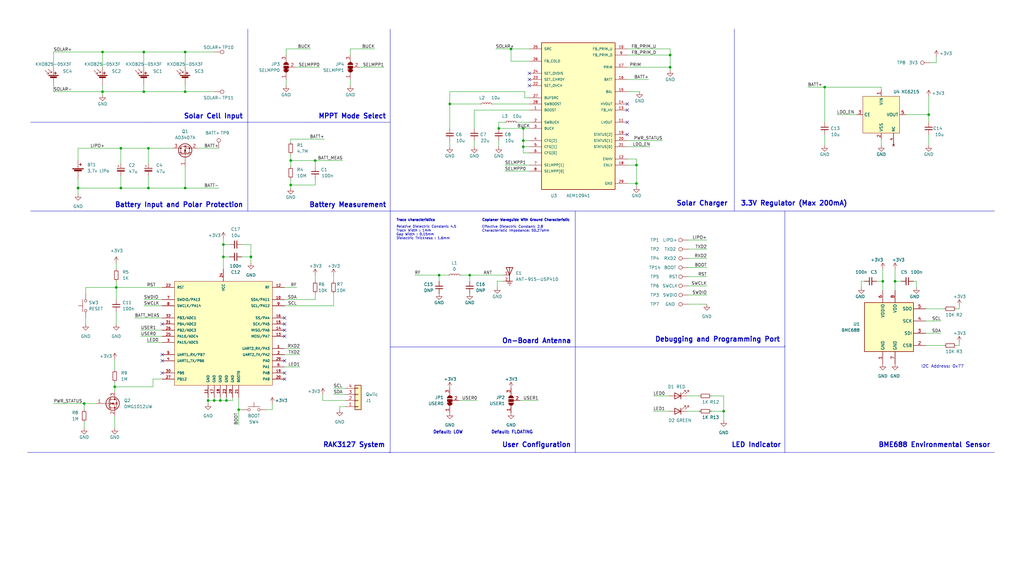
<source format=kicad_sch>
(kicad_sch (version 20230121) (generator eeschema)
  (paper "User" 424.993 240.995)
  (title_block (title "Teapotlabs BWLR1E") (date "2023-09-26") (rev "5") (company "Teapot Laboratories"))
  (lib_symbols
    (symbol "Connector:TestPoint" (pin_numbers hide) (pin_names (offset 0.762) hide)
      (property "Reference" "TP" (at 0 6.858 0))
      (property "Value" "TestPoint" (at 0 5.08 0))
      (symbol "TestPoint_1_1"
        (pin passive line (at 0 0 90) (length 2.54) (name "1") (number "1"))
      )
    )
    (symbol "Connector_Generic:Conn_01x04" (pin_names (offset 1.016) hide)
      (property "Reference" "J" (at 0 5.08 0))
      (property "Value" "Conn_01x04" (at 0 -7.62 0))
      (symbol "Conn_01x04_1_1"
        (pin passive line (at -5.08 2.54 0) (length 3.81) (name "Pin_1") (number "1"))
        (pin passive line (at -5.08 0 0) (length 3.81) (name "Pin_2") (number "2"))
        (pin passive line (at -5.08 -2.54 0) (length 3.81) (name "Pin_3") (number "3"))
        (pin passive line (at -5.08 -5.08 0) (length 3.81) (name "Pin_4") (number "4"))
      )
    )
    (symbol "Device:Battery_Cell" (pin_numbers hide) (pin_names (offset 0) hide)
      (property "Reference" "BT" (at 2.54 2.54 0))
      (property "Value" "Battery_Cell" (at 2.54 0 0))
      (symbol "Battery_Cell_1_1"
        (pin passive line (at 0 5.08 270) (length 2.54) (name "+") (number "1"))
        (pin passive line (at 0 -2.54 90) (length 2.54) (name "-") (number "2"))
      )
    )
    (symbol "Device:C_Polarized_Small" (pin_numbers hide) (pin_names (offset 0.254) hide)
      (property "Reference" "C" (at 0.254 1.778 0))
      (property "Value" "C_Polarized_Small" (at 0.254 -2.032 0))
      (symbol "C_Polarized_Small_1_1"
        (pin passive line (at 0 2.54 270) (length 1.8542) (name "~") (number "1"))
        (pin passive line (at 0 -2.54 90) (length 1.8542) (name "~") (number "2"))
      )
    )
    (symbol "Device:C_Small" (pin_numbers hide) (pin_names (offset 0.254) hide)
      (property "Reference" "C" (at 0.254 1.778 0))
      (property "Value" "C_Small" (at 0.254 -2.032 0))
      (symbol "C_Small_1_1"
        (pin passive line (at 0 2.54 270) (length 2.032) (name "~") (number "1"))
        (pin passive line (at 0 -2.54 90) (length 2.032) (name "~") (number "2"))
      )
    )
    (symbol "Device:LED" (pin_numbers hide) (pin_names (offset 1.016) hide)
      (property "Reference" "D" (at 0 2.54 0))
      (property "Value" "LED" (at 0 -2.54 0))
      (symbol "LED_1_1"
        (pin passive line (at -3.81 0 0) (length 2.54) (name "K") (number "1"))
        (pin passive line (at 3.81 0 180) (length 2.54) (name "A") (number "2"))
      )
    )
    (symbol "Device:L_Small" (pin_numbers hide) (pin_names (offset 0.254) hide)
      (property "Reference" "L" (at 0.762 1.016 0))
      (property "Value" "L_Small" (at 0.762 -1.016 0))
      (symbol "L_Small_1_1"
        (pin passive line (at 0 2.54 270) (length 0.508) (name "~") (number "1"))
        (pin passive line (at 0 -2.54 90) (length 0.508) (name "~") (number "2"))
      )
    )
    (symbol "Device:Q_NMOS_GSD" (pin_names (offset 0) hide)
      (property "Reference" "Q" (at 5.08 1.27 0))
      (property "Value" "Q_NMOS_GSD" (at 5.08 -1.27 0))
      (symbol "Q_NMOS_GSD_1_1"
        (pin input line (at -5.08 0 0) (length 2.54) (name "G") (number "1"))
        (pin passive line (at 2.54 -5.08 90) (length 2.54) (name "S") (number "2"))
        (pin passive line (at 2.54 5.08 270) (length 2.54) (name "D") (number "3"))
      )
    )
    (symbol "Device:Q_PMOS_GSD" (pin_names (offset 0) hide)
      (property "Reference" "Q" (at 5.08 1.27 0))
      (property "Value" "Q_PMOS_GSD" (at 5.08 -1.27 0))
      (symbol "Q_PMOS_GSD_1_1"
        (pin input line (at -5.08 0 0) (length 2.54) (name "G") (number "1"))
        (pin passive line (at 2.54 -5.08 90) (length 2.54) (name "S") (number "2"))
        (pin passive line (at 2.54 5.08 270) (length 2.54) (name "D") (number "3"))
      )
    )
    (symbol "Device:R_Small" (pin_numbers hide) (pin_names (offset 0.254) hide)
      (property "Reference" "R" (at 0.762 0.508 0))
      (property "Value" "R_Small" (at 0.762 -1.016 0))
      (symbol "R_Small_1_1"
        (pin passive line (at 0 2.54 270) (length 0.762) (name "~") (number "1"))
        (pin passive line (at 0 -2.54 90) (length 0.762) (name "~") (number "2"))
      )
    )
    (symbol "Device:Solar_Cell" (pin_numbers hide) (pin_names (offset 0) hide)
      (property "Reference" "SC" (at 2.54 2.54 0))
      (property "Value" "Solar_Cell" (at 2.54 0 0))
      (symbol "Solar_Cell_1_1"
        (pin passive line (at 0 5.08 270) (length 2.54) (name "+") (number "1"))
        (pin passive line (at 0 -2.54 90) (length 2.54) (name "-") (number "2"))
      )
    )
    (symbol "Jumper:SolderJumper_3_Bridged12" (pin_names (offset 0) hide)
      (property "Reference" "JP" (at -2.54 -2.54 0))
      (property "Value" "SolderJumper_3_Bridged12" (at 0 2.794 0))
      (symbol "SolderJumper_3_Bridged12_1_1"
        (pin passive line (at -5.08 0 0) (length 2.54) (name "A") (number "1"))
        (pin passive line (at 0 -3.81 90) (length 2.54) (name "C") (number "2"))
        (pin passive line (at 5.08 0 180) (length 2.54) (name "B") (number "3"))
      )
    )
    (symbol "Jumper:SolderJumper_3_Open" (pin_names (offset 0) hide)
      (property "Reference" "JP" (at -2.54 -2.54 0))
      (property "Value" "SolderJumper_3_Open" (at 0 2.794 0))
      (symbol "SolderJumper_3_Open_1_1"
        (pin passive line (at -5.08 0 0) (length 2.54) (name "A") (number "1"))
        (pin passive line (at 0 -3.81 90) (length 2.54) (name "C") (number "2"))
        (pin passive line (at 5.08 0 180) (length 2.54) (name "B") (number "3"))
      )
    )
    (symbol "Sensor:BME680"
      (property "Reference" "U" (at -8.89 11.43 0))
      (property "Value" "BME680" (at 7.62 11.43 0))
      (symbol "BME680_1_1"
        (pin power_in line (at -2.54 -15.24 90) (length 5.08) (name "GND") (number "1"))
        (pin input line (at 15.24 -7.62 180) (length 5.08) (name "CSB") (number "2"))
        (pin bidirectional line (at 15.24 -2.54 180) (length 5.08) (name "SDI") (number "3"))
        (pin input line (at 15.24 2.54 180) (length 5.08) (name "SCK") (number "4"))
        (pin bidirectional line (at 15.24 7.62 180) (length 5.08) (name "SDO") (number "5"))
        (pin power_in line (at -2.54 15.24 270) (length 5.08) (name "VDDIO") (number "6"))
        (pin power_in line (at 2.54 -15.24 90) (length 5.08) (name "GND") (number "7"))
        (pin power_in line (at 2.54 15.24 270) (length 5.08) (name "VDD") (number "8"))
      )
    )
    (symbol "Switch:SW_Push" (pin_numbers hide) (pin_names (offset 1.016) hide)
      (property "Reference" "SW" (at 1.27 2.54 0))
      (property "Value" "SW_Push" (at 0 -1.524 0))
      (symbol "SW_Push_0_1"
        (pin passive line (at -5.08 0 0) (length 2.54) (name "1") (number "1"))
        (pin passive line (at 5.08 0 180) (length 2.54) (name "2") (number "2"))
      )
    )
    (symbol "bwlr1e:AEM10941-QFN" (pin_names (offset 1.016))
      (property "Reference" "U" (at -15.24 31.242 0))
      (property "Value" "AEM10941-QFN" (at -20.32 -33.02 0))
      (symbol "AEM10941-QFN_0_0"
        (pin output line (at -20.32 2.54 0) (length 5.08) (name "BOOST") (number "1"))
        (pin bidirectional line (at 20.32 27.94 180) (length 5.08) (name "FB_PRIM_U") (number "10"))
        (pin output line (at 20.32 -2.54 180) (length 5.08) (name "LVOUT") (number "11"))
        (pin input line (at 20.32 -17.78 180) (length 5.08) (name "ENHV") (number "12"))
        (pin bidirectional line (at 20.32 2.54 180) (length 5.08) (name "FB_HV") (number "13"))
        (pin output line (at 20.32 5.08 180) (length 5.08) (name "HVOUT") (number "14"))
        (pin bidirectional line (at 20.32 10.16 180) (length 5.08) (name "BAL") (number "15"))
        (pin output line (at 20.32 15.24 180) (length 5.08) (name "BATT") (number "16"))
        (pin bidirectional line (at 20.32 20.32 180) (length 5.08) (name "PRIM") (number "17"))
        (pin input line (at 20.32 -20.32 180) (length 5.08) (name "ENLV") (number "18"))
        (pin output line (at 20.32 -7.62 180) (length 5.08) (name "STATUS[2]") (number "19"))
        (pin bidirectional line (at -20.32 -2.54 0) (length 5.08) (name "SWBUCK") (number "2"))
        (pin output line (at 20.32 -10.16 180) (length 5.08) (name "STATUS[1]") (number "20"))
        (pin output line (at 20.32 -12.7 180) (length 5.08) (name "STATUS[0]") (number "21"))
        (pin bidirectional line (at -20.32 12.7 0) (length 5.08) (name "SET_OVCH") (number "22"))
        (pin bidirectional line (at -20.32 15.24 0) (length 5.08) (name "SET_CHRDY") (number "23"))
        (pin bidirectional line (at -20.32 17.78 0) (length 5.08) (name "SET_OVDIS") (number "24"))
        (pin input line (at -20.32 27.94 0) (length 5.08) (name "SRC") (number "25"))
        (pin bidirectional line (at -20.32 22.86 0) (length 5.08) (name "FB_COLD") (number "26"))
        (pin bidirectional line (at -20.32 7.62 0) (length 5.08) (name "BUFSRC") (number "27"))
        (pin bidirectional line (at -20.32 5.08 0) (length 5.08) (name "SWBOOST") (number "28"))
        (pin power_in line (at 20.32 -27.94 180) (length 5.08) (name "GND") (number "29"))
        (pin output line (at -20.32 -5.08 0) (length 5.08) (name "BUCK") (number "3"))
        (pin bidirectional line (at -20.32 -10.16 0) (length 5.08) (name "CFG[2]") (number "4"))
        (pin bidirectional line (at -20.32 -12.7 0) (length 5.08) (name "CFG[1]") (number "5"))
        (pin bidirectional line (at -20.32 -15.24 0) (length 5.08) (name "CFG[0]") (number "6"))
        (pin bidirectional line (at -20.32 -20.32 0) (length 5.08) (name "SELMPP[1]") (number "7"))
        (pin bidirectional line (at -20.32 -22.86 0) (length 5.08) (name "SELMPP[0]") (number "8"))
        (pin bidirectional line (at 20.32 25.4 180) (length 5.08) (name "FB_PRIM_D") (number "9"))
      )
    )
    (symbol "bwlr1e:ANT-915-USP410" (pin_names (offset 1.016) hide)
      (property "Reference" "E" (at -5.08 -7.62 0))
      (property "Value" "ANT-915-USP410" (at 2.159 -1.016 0))
      (symbol "ANT-915-USP410_0_0"
        (pin passive line (at -2.54 0 0) (length 2.54) (name "~") (number "1"))
        (pin power_in line (at -2.54 -2.54 0) (length 2.54) (name "~") (number "2"))
      )
    )
    (symbol "bwlr1e:RAK3172" (pin_names (offset 1.016))
      (symbol "RAK3172_0_0"
        (pin bidirectional line (at 25.4 -6.35 180) (length 5.08) (name "UART2_RX/PA3") (number "1"))
        (pin bidirectional line (at 25.4 13.97 180) (length 5.08) (name "SDA/PA11") (number "10"))
        (pin output line (at -6.35 -26.67 90) (length 5.08) (name "GND") (number "11"))
        (pin output line (at 25.4 19.05 180) (length 5.08) (name "RF") (number "12"))
        (pin bidirectional line (at 25.4 -1.27 180) (length 5.08) (name "MOSI/PA7") (number "13"))
        (pin bidirectional line (at 25.4 1.27 180) (length 5.08) (name "MISO/PA6") (number "14"))
        (pin bidirectional line (at 25.4 3.81 180) (length 5.08) (name "SCK/PA5") (number "15"))
        (pin bidirectional line (at 25.4 6.35 180) (length 5.08) (name "SS/PA4") (number "16"))
        (pin output line (at -3.81 -26.67 90) (length 5.08) (name "GND") (number "17"))
        (pin output line (at -1.27 -26.67 90) (length 5.08) (name "GND") (number "18"))
        (pin bidirectional line (at 25.4 -16.51 180) (length 5.08) (name "PA8") (number "19"))
        (pin bidirectional line (at 25.4 -8.89 180) (length 5.08) (name "UART2_TX/PA2") (number "2"))
        (pin bidirectional line (at 25.4 -19.05 180) (length 5.08) (name "PA9") (number "20"))
        (pin input line (at 6.35 -26.67 90) (length 5.08) (name "BOOT0") (number "21"))
        (pin input line (at -25.4 19.05 0) (length 5.08) (name "RST") (number "22"))
        (pin output line (at 1.27 -26.67 90) (length 5.08) (name "GND") (number "23"))
        (pin power_in line (at 0 26.67 270) (length 5.08) (name "VCC") (number "24"))
        (pin bidirectional line (at -25.4 -1.27 0) (length 5.08) (name "PA10/ADC4") (number "25"))
        (pin bidirectional line (at -25.4 1.27 0) (length 5.08) (name "PB2/ADC3") (number "26"))
        (pin bidirectional line (at -25.4 -19.05 0) (length 5.08) (name "PB12") (number "27"))
        (pin output line (at 3.81 -26.67 90) (length 5.08) (name "GND") (number "28"))
        (pin bidirectional line (at 25.4 -11.43 180) (length 5.08) (name "PA0") (number "29"))
        (pin bidirectional line (at -25.4 -3.81 0) (length 5.08) (name "PA15/ADC5") (number "3"))
        (pin bidirectional line (at -25.4 -16.51 0) (length 5.08) (name "PB5") (number "30"))
        (pin bidirectional line (at -25.4 3.81 0) (length 5.08) (name "PB4/ADC2") (number "31"))
        (pin bidirectional line (at -25.4 6.35 0) (length 5.08) (name "PB3/ADC1") (number "32"))
        (pin bidirectional line (at -25.4 -11.43 0) (length 5.08) (name "UART1_TX/PB6") (number "4"))
        (pin bidirectional line (at -25.4 -8.89 0) (length 5.08) (name "UART1_RX/PB7") (number "5"))
        (pin bidirectional line (at 25.4 -13.97 180) (length 5.08) (name "PA1") (number "6"))
        (pin bidirectional line (at -25.4 13.97 0) (length 5.08) (name "SWDIO/PA13") (number "7"))
        (pin bidirectional line (at -25.4 11.43 0) (length 5.08) (name "SWCLK/PA14") (number "8"))
        (pin bidirectional line (at 25.4 11.43 180) (length 5.08) (name "SCL/PA12") (number "9"))
      )
    )
    (symbol "bwlr1e:XC6220"
      (property "Reference" "U" (at 7.62 1.27 0))
      (property "Value" "XC6220" (at -8.89 1.27 0))
      (symbol "XC6220_0_0"
        (pin no_connect line (at 5.08 -20.32 90) (length 5.08) (name "NC") (number "4"))
      )
      (symbol "XC6220_1_1"
        (pin power_in line (at 0 2.54 270) (length 2.54) (name "VIN") (number "1"))
        (pin power_in line (at 0 -17.78 90) (length 2.54) (name "VSS") (number "2"))
        (pin input line (at -10.16 -7.62 0) (length 2.54) (name "CE") (number "3"))
        (pin power_out line (at 10.16 -7.62 180) (length 2.54) (name "VOUT") (number "5"))
      )
    )
    (symbol "power:+3V3" (power) (pin_names (offset 0))
      (property "Value" "+3V3" (at 0 3.556 0))
      (symbol "+3V3_1_1"
        (pin power_in line (at 0 0 90) (length 0) hide (name "+3V3") (number "1"))
      )
    )
    (symbol "power:GND" (power) (pin_names (offset 0))
      (property "Value" "GND" (at 0 -3.81 0))
      (symbol "GND_1_1"
        (pin power_in line (at 0 0 270) (length 0) hide (name "GND") (number "1"))
      )
    )
  )
  (junction (at 217.17 60.96))
  (junction (at 264.16 76.2))
  (junction (at 34.925 167.64))
  (junction (at 207.01 53.34))
  (junction (at 212.09 20.32))
  (junction (at 76.835 38.1))
  (junction (at 217.17 53.34))
  (junction (at 300.355 170.815))
  (junction (at 182.245 114.3))
  (junction (at 50.165 78.105))
  (junction (at 120.65 66.675))
  (junction (at 47.625 160.655))
  (junction (at 59.69 21.59))
  (junction (at 42.545 21.59))
  (junction (at 86.36 166.37))
  (junction (at 50.165 61.595))
  (junction (at 385.445 47.625))
  (junction (at 91.44 166.37))
  (junction (at 104.14 106.68))
  (junction (at 59.69 38.1))
  (junction (at 76.835 78.105))
  (junction (at 42.545 38.1))
  (junction (at 61.595 61.595))
  (junction (at 32.385 78.105))
  (junction (at 278.13 22.86))
  (junction (at 88.9 166.37))
  (junction (at 130.81 66.675))
  (junction (at 264.16 68.58))
  (junction (at 366.395 116.84))
  (junction (at 194.945 114.3))
  (junction (at 76.835 21.59))
  (junction (at 278.13 27.94))
  (junction (at 371.475 116.84))
  (junction (at 99.06 170.18))
  (junction (at 48.26 119.38))
  (junction (at 342.265 36.195))
  (junction (at 61.595 78.105))
  (junction (at 92.71 101.6))
  (junction (at 92.71 106.68))
  (junction (at 120.65 76.835))
  (junction (at 93.98 166.37))
  (junction (at 186.69 43.18))
  (junction (at 217.17 58.42))
  (no_connect (at 219.71 33.02))
  (no_connect (at 219.71 35.56))
  (no_connect (at 219.71 30.48))
  (no_connect (at 260.35 50.8))
  (no_connect (at 260.35 45.72))
  (no_connect (at 260.35 55.88))
  (no_connect (at 118.11 154.94))
  (no_connect (at 118.11 157.48))
  (no_connect (at 260.35 43.18))
  (no_connect (at 67.31 149.86))
  (no_connect (at 67.31 147.32))
  (no_connect (at 67.31 154.94))
  (no_connect (at 67.31 134.62))
  (no_connect (at 118.11 149.86))
  (no_connect (at 118.11 137.16))
  (no_connect (at 118.11 139.7))
  (no_connect (at 118.11 134.62))
  (no_connect (at 118.11 132.08))
  (wire (pts (xy 278.13 22.86) (xy 278.13 27.94)))
  (wire (pts (xy 61.595 73.025) (xy 61.595 78.105)))
  (wire (pts (xy 300.355 170.815) (xy 300.355 174.625)))
  (wire (pts (xy 260.35 27.94) (xy 278.13 27.94)))
  (wire (pts (xy 76.835 38.1) (xy 88.9 38.1)))
  (wire (pts (xy 398.145 127) (xy 398.145 128.27)))
  (wire (pts (xy 384.175 133.35) (xy 390.525 133.35)))
  (polyline (pts (xy 86.36 87.63) (xy 127 87.63)))
  (wire (pts (xy 81.915 61.595) (xy 90.805 61.595)))
  (wire (pts (xy 96.52 166.37) (xy 93.98 166.37)))
  (wire (pts (xy 35.56 121.92) (xy 35.56 119.38)))
  (wire (pts (xy 380.365 116.84) (xy 380.365 119.38)))
  (wire (pts (xy 145.415 20.32) (xy 145.415 22.86)))
  (wire (pts (xy 34.925 175.26) (xy 34.925 177.8)))
  (wire (pts (xy 42.545 38.1) (xy 42.545 39.37)))
  (wire (pts (xy 207.01 50.8) (xy 207.01 53.34)))
  (wire (pts (xy 22.225 167.64) (xy 34.925 167.64)))
  (wire (pts (xy 207.01 53.34) (xy 217.17 53.34)))
  (wire (pts (xy 59.69 21.59) (xy 59.69 27.94)))
  (wire (pts (xy 182.245 114.3) (xy 182.245 116.84)))
  (wire (pts (xy 260.35 38.1) (xy 265.43 38.1)))
  (wire (pts (xy 217.17 53.34) (xy 217.17 58.42)))
  (wire (pts (xy 285.115 164.465) (xy 290.195 164.465)))
  (wire (pts (xy 120.65 57.785) (xy 120.65 59.055)))
  (wire (pts (xy 99.06 170.18) (xy 99.06 176.53)))
  (wire (pts (xy 22.225 21.59) (xy 42.545 21.59)))
  (wire (pts (xy 194.945 114.3) (xy 194.945 116.84)))
  (wire (pts (xy 217.805 40.64) (xy 217.805 38.1)))
  (wire (pts (xy 138.43 121.92) (xy 138.43 127)))
  (polyline (pts (xy 304.8 12.065) (xy 304.8 87.63)))
  (wire (pts (xy 76.835 21.59) (xy 88.9 21.59)))
  (wire (pts (xy 130.81 66.675) (xy 130.81 69.215)))
  (wire (pts (xy 59.69 124.46) (xy 67.31 124.46)))
  (wire (pts (xy 104.14 101.6) (xy 104.14 106.68)))
  (wire (pts (xy 76.835 35.56) (xy 76.835 38.1)))
  (wire (pts (xy 145.415 33.02) (xy 145.415 35.56)))
  (wire (pts (xy 371.475 116.84) (xy 374.015 116.84)))
  (wire (pts (xy 120.65 66.675) (xy 130.81 66.675)))
  (wire (pts (xy 186.69 38.1) (xy 186.69 43.18)))
  (wire (pts (xy 206.375 116.84) (xy 208.915 116.84)))
  (wire (pts (xy 88.9 166.37) (xy 86.36 166.37)))
  (wire (pts (xy 398.145 143.51) (xy 396.875 143.51)))
  (wire (pts (xy 47.625 158.75) (xy 47.625 160.655)))
  (wire (pts (xy 155.575 20.32) (xy 145.415 20.32)))
  (wire (pts (xy 384.175 138.43) (xy 390.525 138.43)))
  (wire (pts (xy 342.265 36.195) (xy 342.265 50.8)))
  (wire (pts (xy 93.98 166.37) (xy 91.44 166.37)))
  (polyline (pts (xy 12.7 50.8) (xy 62.23 50.8)))
  (wire (pts (xy 182.245 114.3) (xy 186.055 114.3)))
  (wire (pts (xy 120.65 66.675) (xy 120.65 64.135)))
  (wire (pts (xy 190.5 166.37) (xy 198.12 166.37)))
  (wire (pts (xy 196.85 58.42) (xy 196.85 60.96)))
  (wire (pts (xy 63.5 157.48) (xy 67.31 157.48)))
  (polyline (pts (xy 238.76 187.96) (xy 325.755 187.96)))
  (wire (pts (xy 50.165 73.025) (xy 50.165 78.105)))
  (wire (pts (xy 59.69 21.59) (xy 76.835 21.59)))
  (wire (pts (xy 91.44 165.1) (xy 91.44 166.37)))
  (wire (pts (xy 219.71 60.96) (xy 217.17 60.96)))
  (wire (pts (xy 120.65 57.785) (xy 134.62 57.785)))
  (wire (pts (xy 366.395 111.76) (xy 366.395 116.84)))
  (wire (pts (xy 130.81 66.675) (xy 142.24 66.675)))
  (wire (pts (xy 385.445 55.88) (xy 385.445 60.325)))
  (wire (pts (xy 285.75 99.695) (xy 293.37 99.695)))
  (wire (pts (xy 120.65 74.295) (xy 120.65 76.835)))
  (wire (pts (xy 50.165 61.595) (xy 50.165 67.945)))
  (wire (pts (xy 92.71 106.68) (xy 92.71 111.76)))
  (wire (pts (xy 384.175 143.51) (xy 391.795 143.51)))
  (wire (pts (xy 358.775 116.84) (xy 357.505 116.84)))
  (wire (pts (xy 50.165 61.595) (xy 61.595 61.595)))
  (wire (pts (xy 209.55 71.12) (xy 219.71 71.12)))
  (wire (pts (xy 260.35 20.32) (xy 278.13 20.32)))
  (polyline (pts (xy 102.87 87.63) (xy 102.87 50.8)))
  (wire (pts (xy 186.69 43.18) (xy 199.39 43.18)))
  (wire (pts (xy 295.275 170.815) (xy 300.355 170.815)))
  (wire (pts (xy 67.31 139.7) (xy 58.42 139.7)))
  (wire (pts (xy 88.9 165.1) (xy 88.9 166.37)))
  (wire (pts (xy 385.445 47.625) (xy 385.445 50.8)))
  (wire (pts (xy 48.26 119.38) (xy 48.26 116.84)))
  (polyline (pts (xy 284.48 87.63) (xy 295.275 87.63)))
  (wire (pts (xy 278.13 20.32) (xy 278.13 22.86)))
  (wire (pts (xy 61.595 61.595) (xy 71.755 61.595)))
  (wire (pts (xy 133.985 166.37) (xy 143.51 166.37)))
  (wire (pts (xy 76.835 21.59) (xy 76.835 27.94)))
  (wire (pts (xy 138.43 114.3) (xy 138.43 116.84)))
  (wire (pts (xy 92.71 106.68) (xy 95.25 106.68)))
  (wire (pts (xy 118.745 33.02) (xy 118.745 35.56)))
  (wire (pts (xy 264.16 76.2) (xy 264.16 77.47)))
  (wire (pts (xy 264.16 66.04) (xy 264.16 68.58)))
  (wire (pts (xy 48.26 129.54) (xy 48.26 134.62)))
  (wire (pts (xy 113.03 170.18) (xy 110.49 170.18)))
  (wire (pts (xy 212.09 20.32) (xy 212.09 25.4)))
  (wire (pts (xy 285.75 126.365) (xy 293.37 126.365)))
  (wire (pts (xy 22.225 38.1) (xy 22.225 35.56)))
  (wire (pts (xy 385.445 40.005) (xy 385.445 47.625)))
  (wire (pts (xy 138.43 161.29) (xy 143.51 161.29)))
  (wire (pts (xy 140.97 168.91) (xy 140.97 170.18)))
  (wire (pts (xy 260.35 22.86) (xy 278.13 22.86)))
  (wire (pts (xy 219.71 25.4) (xy 212.09 25.4)))
  (wire (pts (xy 32.385 61.595) (xy 50.165 61.595)))
  (wire (pts (xy 386.08 26.035) (xy 388.62 26.035)))
  (polyline (pts (xy 161.925 87.63) (xy 161.925 187.96)))
  (wire (pts (xy 42.545 35.56) (xy 42.545 38.1)))
  (wire (pts (xy 205.74 20.32) (xy 212.09 20.32)))
  (wire (pts (xy 120.65 66.675) (xy 120.65 69.215)))
  (wire (pts (xy 285.75 122.555) (xy 293.37 122.555)))
  (wire (pts (xy 194.945 114.3) (xy 208.915 114.3)))
  (wire (pts (xy 63.5 160.655) (xy 63.5 157.48)))
  (wire (pts (xy 130.81 74.295) (xy 130.81 76.835)))
  (wire (pts (xy 206.375 119.38) (xy 206.375 116.84)))
  (wire (pts (xy 260.35 76.2) (xy 264.16 76.2)))
  (wire (pts (xy 366.395 116.84) (xy 363.855 116.84)))
  (polyline (pts (xy 62.23 50.8) (xy 127 50.8)))
  (wire (pts (xy 379.095 116.84) (xy 380.365 116.84)))
  (wire (pts (xy 285.75 103.505) (xy 293.37 103.505)))
  (wire (pts (xy 22.225 21.59) (xy 22.225 27.94)))
  (wire (pts (xy 113.03 167.64) (xy 113.03 170.18)))
  (wire (pts (xy 219.71 40.64) (xy 217.805 40.64)))
  (wire (pts (xy 47.625 149.225) (xy 47.625 153.67)))
  (wire (pts (xy 92.71 101.6) (xy 95.25 101.6)))
  (wire (pts (xy 285.75 107.315) (xy 293.37 107.315)))
  (wire (pts (xy 42.545 21.59) (xy 59.69 21.59)))
  (wire (pts (xy 207.01 58.42) (xy 207.01 60.96)))
  (wire (pts (xy 219.71 58.42) (xy 217.17 58.42)))
  (wire (pts (xy 100.33 106.68) (xy 104.14 106.68)))
  (wire (pts (xy 260.35 66.04) (xy 264.16 66.04)))
  (wire (pts (xy 133.985 163.83) (xy 133.985 166.37)))
  (polyline (pts (xy 161.925 12.065) (xy 161.925 87.63)))
  (wire (pts (xy 48.26 109.22) (xy 48.26 111.76)))
  (wire (pts (xy 285.115 170.815) (xy 290.195 170.815)))
  (wire (pts (xy 34.925 167.64) (xy 40.005 167.64)))
  (wire (pts (xy 186.69 43.18) (xy 186.69 53.34)))
  (wire (pts (xy 118.745 20.32) (xy 118.745 22.86)))
  (wire (pts (xy 365.76 57.785) (xy 365.76 60.325)))
  (wire (pts (xy 285.75 118.745) (xy 293.37 118.745)))
  (wire (pts (xy 138.43 163.83) (xy 143.51 163.83)))
  (wire (pts (xy 219.71 45.72) (xy 196.85 45.72)))
  (wire (pts (xy 271.145 170.815) (xy 277.495 170.815)))
  (wire (pts (xy 32.385 78.105) (xy 32.385 80.645)))
  (wire (pts (xy 217.17 63.5) (xy 217.17 60.96)))
  (wire (pts (xy 260.35 68.58) (xy 264.16 68.58)))
  (wire (pts (xy 357.505 116.84) (xy 357.505 119.38)))
  (wire (pts (xy 295.275 164.465) (xy 300.355 164.465)))
  (wire (pts (xy 86.36 166.37) (xy 86.36 167.64)))
  (wire (pts (xy 47.625 172.72) (xy 47.625 177.8)))
  (wire (pts (xy 22.225 38.1) (xy 42.545 38.1)))
  (wire (pts (xy 34.925 167.64) (xy 34.925 170.18)))
  (wire (pts (xy 32.385 61.595) (xy 32.385 66.675)))
  (wire (pts (xy 55.88 132.08) (xy 67.31 132.08)))
  (wire (pts (xy 209.55 50.8) (xy 207.01 50.8)))
  (wire (pts (xy 120.65 76.835) (xy 120.65 78.105)))
  (wire (pts (xy 130.81 76.835) (xy 120.65 76.835)))
  (wire (pts (xy 93.98 165.1) (xy 93.98 166.37)))
  (wire (pts (xy 32.385 74.295) (xy 32.385 78.105)))
  (wire (pts (xy 48.26 119.38) (xy 67.31 119.38)))
  (wire (pts (xy 300.355 164.465) (xy 300.355 170.815)))
  (wire (pts (xy 48.26 119.38) (xy 48.26 124.46)))
  (wire (pts (xy 398.145 128.27) (xy 396.875 128.27)))
  (wire (pts (xy 35.56 132.08) (xy 35.56 134.62)))
  (wire (pts (xy 92.71 101.6) (xy 92.71 106.68)))
  (polyline (pts (xy 325.755 187.96) (xy 412.75 187.96)))
  (wire (pts (xy 388.62 26.035) (xy 388.62 23.495)))
  (wire (pts (xy 92.71 99.06) (xy 92.71 101.6)))
  (wire (pts (xy 204.47 43.18) (xy 219.71 43.18)))
  (wire (pts (xy 260.35 33.02) (xy 269.24 33.02)))
  (wire (pts (xy 99.06 170.18) (xy 100.33 170.18)))
  (wire (pts (xy 191.135 114.3) (xy 194.945 114.3)))
  (polyline (pts (xy 161.29 187.96) (xy 238.76 187.96)))
  (wire (pts (xy 264.16 68.58) (xy 264.16 76.2)))
  (wire (pts (xy 59.69 35.56) (xy 59.69 38.1)))
  (wire (pts (xy 186.69 58.42) (xy 186.69 60.96)))
  (wire (pts (xy 122.555 27.94) (xy 132.715 27.94)))
  (wire (pts (xy 47.625 160.655) (xy 63.5 160.655)))
  (wire (pts (xy 215.9 166.37) (xy 223.52 166.37)))
  (polyline (pts (xy 325.755 187.96) (xy 325.755 87.63)))
  (wire (pts (xy 172.085 114.3) (xy 182.245 114.3)))
  (wire (pts (xy 47.625 160.655) (xy 47.625 162.56)))
  (wire (pts (xy 118.11 119.38) (xy 123.19 119.38)))
  (wire (pts (xy 219.71 63.5) (xy 217.17 63.5)))
  (wire (pts (xy 214.63 50.8) (xy 219.71 50.8)))
  (polyline (pts (xy 325.755 144.145) (xy 325.755 143.51)))
  (polyline (pts (xy 161.925 144.145) (xy 238.76 144.145)))
  (wire (pts (xy 143.51 168.91) (xy 140.97 168.91)))
  (wire (pts (xy 212.09 20.32) (xy 219.71 20.32)))
  (wire (pts (xy 61.595 78.105) (xy 76.835 78.105)))
  (wire (pts (xy 61.595 61.595) (xy 61.595 67.945)))
  (wire (pts (xy 285.75 114.935) (xy 293.37 114.935)))
  (wire (pts (xy 398.145 142.24) (xy 398.145 143.51)))
  (polyline (pts (xy 12.7 87.63) (xy 86.36 87.63)))
  (wire (pts (xy 128.905 20.32) (xy 118.745 20.32)))
  (wire (pts (xy 342.265 55.88) (xy 342.265 60.325)))
  (wire (pts (xy 217.17 53.34) (xy 219.71 53.34)))
  (wire (pts (xy 99.06 165.1) (xy 99.06 170.18)))
  (wire (pts (xy 50.165 78.105) (xy 61.595 78.105)))
  (wire (pts (xy 335.28 36.195) (xy 342.265 36.195)))
  (wire (pts (xy 91.44 166.37) (xy 88.9 166.37)))
  (wire (pts (xy 130.81 121.92) (xy 130.81 124.46)))
  (wire (pts (xy 260.35 60.96) (xy 269.875 60.96)))
  (wire (pts (xy 130.81 114.3) (xy 130.81 116.84)))
  (wire (pts (xy 100.33 101.6) (xy 104.14 101.6)))
  (wire (pts (xy 278.13 27.94) (xy 278.13 29.21)))
  (wire (pts (xy 86.36 165.1) (xy 86.36 166.37)))
  (wire (pts (xy 209.55 68.58) (xy 219.71 68.58)))
  (wire (pts (xy 366.395 116.84) (xy 366.395 120.65)))
  (wire (pts (xy 342.265 36.195) (xy 365.76 36.195)))
  (wire (pts (xy 67.31 137.16) (xy 58.42 137.16)))
  (wire (pts (xy 76.835 78.105) (xy 90.805 78.105)))
  (wire (pts (xy 371.475 116.84) (xy 371.475 120.65)))
  (polyline (pts (xy 127 87.63) (xy 284.48 87.63)))
  (wire (pts (xy 42.545 21.59) (xy 42.545 27.94)))
  (wire (pts (xy 371.475 111.76) (xy 371.475 116.84)))
  (wire (pts (xy 118.11 144.78) (xy 124.46 144.78)))
  (wire (pts (xy 384.175 128.27) (xy 391.795 128.27)))
  (wire (pts (xy 118.11 147.32) (xy 124.46 147.32)))
  (wire (pts (xy 42.545 38.1) (xy 59.69 38.1)))
  (polyline (pts (xy 102.87 12.065) (xy 102.87 50.8)))
  (polyline (pts (xy 11.43 187.96) (xy 161.925 187.96)))
  (wire (pts (xy 118.11 124.46) (xy 130.81 124.46)))
  (wire (pts (xy 59.69 127) (xy 67.31 127)))
  (wire (pts (xy 67.31 142.24) (xy 60.96 142.24)))
  (wire (pts (xy 186.69 38.1) (xy 217.805 38.1)))
  (wire (pts (xy 59.69 38.1) (xy 76.835 38.1)))
  (polyline (pts (xy 238.76 144.145) (xy 325.755 144.145)))
  (wire (pts (xy 260.35 58.42) (xy 274.955 58.42)))
  (wire (pts (xy 124.46 152.4) (xy 118.11 152.4)))
  (wire (pts (xy 76.835 69.215) (xy 76.835 78.105)))
  (polyline (pts (xy 238.76 187.96) (xy 238.76 87.63)))
  (wire (pts (xy 196.85 45.72) (xy 196.85 53.34)))
  (wire (pts (xy 271.145 164.465) (xy 277.495 164.465)))
  (wire (pts (xy 365.76 36.195) (xy 365.76 37.465)))
  (wire (pts (xy 375.92 47.625) (xy 385.445 47.625)))
  (wire (pts (xy 347.345 47.625) (xy 355.6 47.625)))
  (wire (pts (xy 118.11 127) (xy 138.43 127)))
  (wire (pts (xy 32.385 78.105) (xy 50.165 78.105)))
  (wire (pts (xy 217.17 60.96) (xy 217.17 58.42)))
  (wire (pts (xy 96.52 165.1) (xy 96.52 166.37)))
  (wire (pts (xy 285.75 111.125) (xy 293.37 111.125)))
  (wire (pts (xy 149.225 27.94) (xy 159.385 27.94)))
  (wire (pts (xy 104.14 106.68) (xy 104.14 109.22)))
  (wire (pts (xy 35.56 119.38) (xy 48.26 119.38)))
  (polyline (pts (xy 127 50.8) (xy 161.925 50.8)))
  (polyline (pts (xy 295.275 87.63) (xy 412.75 87.63)))
  (text "On-Board Antenna" (at 208.28 142.875 0) (effects (font (size 2 2) (thickness 0.4) bold) (justify left bottom)))
  (text "Effective Dielectric Constant: 2.8\nCharacteristic Impedance: 50.27ohm" (at 200.025 96.52 0) (effects (font (size 1 1)) (justify left bottom)))
  (text "RAK3127 System" (at 133.985 186.055 0) (effects (font (size 2 2) (thickness 0.4) bold) (justify left bottom)))
  (text "MPPT Mode Select" (at 132.08 49.53 0) (effects (font (size 2 2) (thickness 0.4) bold) (justify left bottom)))
  (text "BME688 Environmental Sensor" (at 364.49 186.055 0) (effects (font (size 2 2) (thickness 0.4) bold) (justify left bottom)))
  (text "LED Indicator" (at 303.53 186.055 0) (effects (font (size 2 2) (thickness 0.4) bold) (justify left bottom)))
  (text "Coplanar Waveguide With Ground Characteristic" (at 200.025 92.075 0) (effects (font (size 1 1) (thickness 0.254) bold) (justify left bottom)))
  (text "Solar Cell Input" (at 76.2 49.53 0) (effects (font (size 2 2) (thickness 0.4) bold) (justify left bottom)))
  (text "Solar Charger" (at 280.67 85.725 0) (effects (font (size 2 2) (thickness 0.4) bold) (justify left bottom)))
  (text "Default: FLOATING" (at 203.835 180.34 0) (effects (font (size 1.27 1.27) bold) (justify left bottom)))
  (text "Default: LOW" (at 179.705 180.34 0) (effects (font (size 1.27 1.27) bold) (justify left bottom)))
  (text "Battery Measurement" (at 128.27 86.36 0) (effects (font (size 2 2) (thickness 0.4) bold) (justify left bottom)))
  (text "Trace characteristics" (at 164.465 92.075 0) (effects (font (size 1 1) (thickness 0.254) bold) (justify left bottom)))
  (text "I2C Address: 0x77" (at 382.27 153.035 0) (effects (font (size 1.27 1.27)) (justify left bottom)))
  (text "Battery Input and Polar Protection" (at 47.625 86.36 0) (effects (font (size 2 2) (thickness 0.4) bold) (justify left bottom)))
  (text "User Configuration" (at 208.28 186.055 0) (effects (font (size 2 2) (thickness 0.4) bold) (justify left bottom)))
  (text "3.3V Regulator (Max 200mA)" (at 307.34 85.725 0) (effects (font (size 2 2) (thickness 0.4) bold) (justify left bottom)))
  (text "Relative Dielectric Constant: 4.5\nTrack Width : 1mm\nGap Width : 0.15mm\nDielectric Thickness : 1.6mm" (at 164.465 99.695 0) (effects (font (size 1 1)) (justify left bottom)))
  (text "Debugging and Programming Port" (at 271.78 142.24 0) (effects (font (size 2 2) (thickness 0.4) bold) (justify left bottom)))
  (label "FB_PRIM_D" (at 272.415 22.86 180))
  (label "TXD2" (at 293.37 103.505 180))
  (label "SWCLK" (at 293.37 118.745 180))
  (label "RF" (at 172.085 114.3 0))
  (label "BUCK" (at 128.905 20.32 180))
  (label "SOLAR+" (at 205.74 20.32 0))
  (label "LED0" (at 60.96 142.24 0))
  (label "BUCK" (at 155.575 20.32 180))
  (label "BATT_MEAS" (at 55.88 132.08 0))
  (label "SOLAR-" (at 22.225 38.1 0))
  (label "SOLAR+" (at 22.225 21.59 0))
  (label "SCL" (at 390.525 133.35 180))
  (label "LIPO+" (at 293.37 99.695 180))
  (label "BOOT" (at 99.06 176.53 90))
  (label "PRIM" (at 266.065 27.94 180))
  (label "SDA" (at 123.19 124.46 180))
  (label "USER0" (at 58.42 139.7 0))
  (label "BOOT" (at 293.37 111.125 180))
  (label "SWDIO" (at 59.69 124.46 0))
  (label "BATT+" (at 134.62 57.785 180))
  (label "RST" (at 293.37 114.935 180))
  (label "SELMPP1" (at 159.385 27.94 180))
  (label "USER1" (at 58.42 137.16 0))
  (label "SCL" (at 138.43 161.29 0))
  (label "LDO_EN" (at 269.875 60.96 180))
  (label "FB_PRIM_U" (at 272.415 20.32 180))
  (label "BUCK" (at 214.63 53.34 0))
  (label "SDA" (at 138.43 163.83 0))
  (label "SELMPP0" (at 209.55 71.12 0))
  (label "RXD2" (at 124.46 144.78 180))
  (label "BATT-" (at 90.805 78.105 180))
  (label "SELMPP1" (at 209.55 68.58 0))
  (label "TXD2" (at 124.46 147.32 180))
  (label "RF" (at 123.19 119.38 180))
  (label "RXD2" (at 293.37 107.315 180))
  (label "USER1" (at 223.52 166.37 180))
  (label "BATT+" (at 269.24 33.02 180))
  (label "BATT+" (at 90.805 61.595 180))
  (label "BATT+" (at 335.28 36.195 0))
  (label "LED0" (at 271.145 164.465 0))
  (label "PWR_STATUS" (at 274.955 58.42 180))
  (label "SWDIO" (at 293.37 122.555 180))
  (label "LED1" (at 124.46 152.4 180))
  (label "RST" (at 60.96 119.38 0))
  (label "LED1" (at 271.145 170.815 0))
  (label "BATT_MEAS" (at 142.24 66.675 180))
  (label "LIPO+" (at 37.465 61.595 0))
  (label "ANT" (at 200.66 114.3 0))
  (label "SWCLK" (at 59.69 127 0))
  (label "SELMPP0" (at 132.715 27.94 180))
  (label "USER0" (at 198.12 166.37 180))
  (label "PWR_STATUS" (at 22.225 167.64 0))
  (label "SDA" (at 390.525 138.43 180))
  (label "LDO_EN" (at 347.345 47.625 0))
  (label "SCL" (at 123.19 127 180))
  (symbol (lib_id "bwlr1e:RAK3172") (at 92.71 138.43 0) (unit 1)
    (property "Reference" "U2" (effects hide))
    (property "Value" "RAK3172-T" (effects hide))
    (property "Footprint" "bwlr1e:RAK3172" (effects hide))
    (property "Datasheet" "https://docs.rakwireless.com/Product-Categories/WisDuo/RAK3172-Module/Overview/" (effects hide))
    (property "Manufacturer" "RAKwireless" (effects hide))
    (property "Part Number" "309054" (effects hide))
    (property "Part Description" "RAK3172-T Module with TCXO, without IPEX, Frequency 915MHz, Band AS923 " (effects hide))
  )
  (symbol (lib_id "Connector:TestPoint") (at 285.75 114.935 90) (unit 1)
    (property "Reference" "TP5" (at 271.78 114.935 90))
    (property "Value" "RST" (at 279.4 114.935 90))
    (property "Footprint" "TestPoint:TestPoint_Pad_D1.0mm" (effects hide))
  )
  (symbol (lib_id "power:GND") (at 265.43 38.1 0) (unit 1)
    (property "Reference" "#PWR0118" (effects hide))
    (property "Value" "GND" (at 265.43 41.91 0))
  )
  (symbol (lib_id "power:+3V3") (at 47.625 149.225 0) (mirror y) (unit 1)
    (property "Reference" "#PWR0114" (effects hide))
    (property "Value" "+3V3" (at 41.275 147.955 0) (effects (justify right)))
  )
  (symbol (lib_id "power:GND") (at 35.56 134.62 0) (unit 1)
    (property "Reference" "#PWR017" (effects hide))
    (property "Value" "GND" (at 35.56 139.7 0))
  )
  (symbol (lib_id "Device:C_Small") (at 130.81 71.755 0) (unit 1)
    (property "Reference" "C1" (at 135.89 70.485 0) (effects (justify right)))
    (property "Value" "100n" (at 138.43 73.025 0) (effects (justify right)))
    (property "Footprint" "Capacitor_SMD:C_0603_1608Metric_Pad1.08x0.95mm_HandSolder" (effects hide))
    (property "Part Description" "Ceramic Capacitor 100nF 10% 10V X7R" (effects hide))
  )
  (symbol (lib_id "power:GND") (at 385.445 60.325 0) (unit 1)
    (property "Reference" "#PWR0133" (effects hide))
    (property "Value" "GND" (at 385.445 64.135 0))
  )
  (symbol (lib_id "Device:R_Small") (at 292.735 170.815 270) (mirror x) (unit 1)
    (property "Reference" "R13" (at 296.545 173.355 90))
    (property "Value" "1K" (at 292.735 173.355 90))
    (property "Footprint" "Resistor_SMD:R_0603_1608Metric_Pad0.98x0.95mm_HandSolder" (effects hide))
    (property "Part Description" "Resistor 1K 5% 100mW" (effects hide))
  )
  (symbol (lib_id "Connector_Generic:Conn_01x04") (at 148.59 166.37 0) (mirror x) (unit 1)
    (property "Reference" "J1" (at 151.765 166.37 0) (effects (justify left)))
    (property "Value" "Qwiic" (at 151.765 163.83 0) (effects (justify left)))
    (property "Footprint" "bwlr1e:JST_SH_SM04B-SRSS-TB_1x04-1MP_P1.00mm_Horizontal" (effects hide))
    (property "Datasheet" "https://datasheet.lcsc.com/lcsc/2304140030_JST-Sales-America-SM04B-SRSS-TB-LF-SN_C160404.pdf" (effects hide))
    (property "Manufacturer" "JST Sales America" (effects hide))
    (property "Part Number" "SM04B-SRSS-TB" (effects hide))
  )
  (symbol (lib_id "power:GND") (at 264.16 77.47 0) (unit 1)
    (property "Reference" "#PWR0109" (effects hide))
    (property "Value" "GND" (at 264.16 81.28 0))
  )
  (symbol (lib_id "Device:R_Small") (at 130.81 119.38 0) (unit 1)
    (property "Reference" "R6" (at 132.08 118.11 0) (effects (justify left)))
    (property "Value" "10K" (at 132.08 120.65 0) (effects (justify left)))
    (property "Footprint" "Resistor_SMD:R_0603_1608Metric_Pad0.98x0.95mm_HandSolder" (effects hide))
    (property "Part Description" "Resistor 10K 5% 100mW" (effects hide))
  )
  (symbol (lib_id "Device:LED") (at 281.305 170.815 180) (unit 1)
    (property "Reference" "D2" (at 278.765 174.625 0))
    (property "Value" "GREEN" (at 283.845 174.625 0))
    (property "Footprint" "LED_SMD:LED_0603_1608Metric_Pad1.05x0.95mm_HandSolder" (effects hide))
    (property "Part Description" "Green 2V 20mA" (effects hide))
  )
  (symbol (lib_id "power:+3V3") (at 398.145 127 0) (mirror y) (unit 1)
    (property "Reference" "#PWR0119" (effects hide))
    (property "Value" "+3V3" (at 395.605 123.19 0) (effects (justify right)))
  )
  (symbol (lib_id "power:GND") (at 32.385 80.645 0) (unit 1)
    (property "Reference" "#PWR013" (effects hide))
    (property "Value" "GND" (at 32.385 85.725 0))
  )
  (symbol (lib_id "power:GND") (at 182.245 121.92 0) (unit 1)
    (property "Reference" "#PWR0105" (effects hide))
    (property "Value" "GND" (at 182.245 125.73 0))
  )
  (symbol (lib_id "Connector:TestPoint") (at 285.75 99.695 90) (unit 1)
    (property "Reference" "TP1" (at 271.78 99.695 90))
    (property "Value" "LIPO+" (at 278.13 99.695 90))
    (property "Footprint" "TestPoint:TestPoint_Pad_D1.0mm" (effects hide))
  )
  (symbol (lib_id "power:+3V3") (at 212.09 161.29 0) (mirror y) (unit 1)
    (property "Reference" "#PWR0108" (effects hide))
    (property "Value" "+3V3" (at 209.55 157.48 0) (effects (justify right)))
  )
  (symbol (lib_id "power:GND") (at 86.36 167.64 0) (unit 1)
    (property "Reference" "#PWR021" (effects hide))
    (property "Value" "GND" (at 86.36 172.72 0))
  )
  (symbol (lib_id "Sensor:BME680") (at 368.935 135.89 0) (unit 1)
    (property "Reference" "U1" (at 356.87 134.62 0) (effects (justify right)))
    (property "Value" "BME688" (at 356.87 137.16 0) (effects (justify right)))
    (property "Footprint" "bwlr1e:BME680-PSON80P300X300X100-8N" (effects hide))
    (property "Datasheet" "https://ae-bst.resource.bosch.com/media/_tech/media/datasheets/BST-BME680-DS001.pdf" (effects hide))
    (property "Manufacturer" "Bosch Sensortec" (effects hide))
    (property "Part Number" "BME688" (effects hide))
  )
  (symbol (lib_id "Jumper:SolderJumper_3_Open") (at 212.09 166.37 90) (unit 1)
    (property "Reference" "JP2" (at 209.55 165.0999 90) (effects (justify left)))
    (property "Value" "USER1" (at 209.55 167.6399 90) (effects (justify left)))
    (property "Footprint" "Jumper:SolderJumper-3_P1.3mm_Open_RoundedPad1.0x1.5mm" (effects hide))
  )
  (symbol (lib_id "power:GND") (at 366.395 151.13 0) (unit 1)
    (property "Reference" "#PWR06" (effects hide))
    (property "Value" "GND" (at 366.395 156.21 0))
  )
  (symbol (lib_id "power:GND") (at 357.505 119.38 0) (unit 1)
    (property "Reference" "#PWR04" (effects hide))
    (property "Value" "GND" (at 354.965 123.19 0) (effects (justify left)))
  )
  (symbol (lib_id "power:GND") (at 207.01 60.96 0) (unit 1)
    (property "Reference" "#PWR0111" (effects hide))
    (property "Value" "GND" (at 207.01 64.77 0))
  )
  (symbol (lib_id "Device:C_Small") (at 361.315 116.84 90) (mirror x) (unit 1)
    (property "Reference" "C3" (at 361.315 113.03 90) (effects (justify right)))
    (property "Value" "100n" (at 354.965 113.03 90) (effects (justify right)))
    (property "Footprint" "Capacitor_SMD:C_0603_1608Metric_Pad1.08x0.95mm_HandSolder" (effects hide))
    (property "Part Description" "Ceramic Capacitor 100nF 10% 10V X7R" (effects hide))
  )
  (symbol (lib_id "power:+3V3") (at 133.985 163.83 0) (mirror y) (unit 1)
    (property "Reference" "#PWR07" (effects hide))
    (property "Value" "+3V3" (at 127.635 162.56 0) (effects (justify right)))
  )
  (symbol (lib_id "power:GND") (at 196.85 60.96 0) (unit 1)
    (property "Reference" "#PWR0110" (effects hide))
    (property "Value" "GND" (at 196.85 64.77 0))
  )
  (symbol (lib_id "Device:C_Small") (at 196.85 55.88 0) (unit 1)
    (property "Reference" "C7" (at 201.93 55.88 0) (effects (justify right)))
    (property "Value" "22u" (at 203.2 58.42 0) (effects (justify right)))
    (property "Footprint" "Capacitor_SMD:C_0603_1608Metric_Pad1.08x0.95mm_HandSolder" (effects hide))
    (property "Part Description" "Ceramic Capacitor 22uF 20% 10V X5R" (effects hide))
  )
  (symbol (lib_id "Device:C_Small") (at 97.79 106.68 270) (unit 1)
    (property "Reference" "C12" (at 97.79 113.03 90))
    (property "Value" "100n" (at 97.79 110.49 90))
    (property "Footprint" "Capacitor_SMD:C_0603_1608Metric_Pad1.08x0.95mm_HandSolder" (effects hide))
    (property "Part Description" "Ceramic Capacitor 100nF 10% 10V X7R" (effects hide))
  )
  (symbol (lib_id "Device:C_Small") (at 385.445 53.34 0) (unit 1)
    (property "Reference" "C14" (at 391.16 53.34 0) (effects (justify right)))
    (property "Value" "10u" (at 391.795 55.88 0) (effects (justify right)))
    (property "Footprint" "Capacitor_SMD:C_0603_1608Metric_Pad1.08x0.95mm_HandSolder" (effects hide))
    (property "Part Description" "Ceramic Capacitor 10uF 10% 10V X5R" (effects hide))
  )
  (symbol (lib_id "power:GND") (at 212.09 171.45 0) (unit 1)
    (property "Reference" "#PWR0102" (effects hide))
    (property "Value" "GND" (at 212.09 176.53 0))
  )
  (symbol (lib_id "Device:C_Small") (at 182.245 119.38 180) (unit 1)
    (property "Reference" "C15" (at 175.895 118.11 0) (effects (justify right)))
    (property "Value" "DNP" (at 175.895 120.65 0) (effects (justify right)))
    (property "Footprint" "Capacitor_SMD:C_0603_1608Metric_Pad1.08x0.95mm_HandSolder" (effects hide))
  )
  (symbol (lib_id "power:GND") (at 34.925 177.8 0) (unit 1)
    (property "Reference" "#PWR0112" (effects hide))
    (property "Value" "GND" (at 34.925 181.61 0))
  )
  (symbol (lib_id "power:GND") (at 104.14 109.22 0) (unit 1)
    (property "Reference" "#PWR024" (effects hide))
    (property "Value" "GND" (at 104.14 114.3 0))
  )
  (symbol (lib_id "power:GND") (at 206.375 119.38 0) (unit 1)
    (property "Reference" "#PWR030" (effects hide))
    (property "Value" "GND" (at 206.375 123.19 0))
  )
  (symbol (lib_id "power:+3V3") (at 186.69 161.29 0) (mirror y) (unit 1)
    (property "Reference" "#PWR0107" (effects hide))
    (property "Value" "+3V3" (at 184.15 157.48 0) (effects (justify right)))
  )
  (symbol (lib_id "power:+3V3") (at 113.03 167.64 0) (unit 1)
    (property "Reference" "#PWR02" (effects hide))
    (property "Value" "+3V3" (at 119.38 166.37 0) (effects (justify right)))
  )
  (symbol (lib_id "power:GND") (at 194.945 121.92 0) (unit 1)
    (property "Reference" "#PWR0106" (effects hide))
    (property "Value" "GND" (at 194.945 125.73 0))
  )
  (symbol (lib_id "power:GND") (at 365.76 60.325 0) (unit 1)
    (property "Reference" "#PWR0132" (effects hide))
    (property "Value" "GND" (at 365.76 64.135 0))
  )
  (symbol (lib_id "power:+3V3") (at 138.43 114.3 0) (mirror y) (unit 1)
    (property "Reference" "#PWR0127" (effects hide))
    (property "Value" "+3V3" (at 135.89 110.49 0) (effects (justify right)))
  )
  (symbol (lib_id "power:+3V3") (at 388.62 23.495 0) (mirror y) (unit 1)
    (property "Reference" "#PWR0134" (effects hide))
    (property "Value" "+3V3" (at 389.89 22.225 0) (effects (justify right)))
  )
  (symbol (lib_id "power:GND") (at 186.69 60.96 0) (unit 1)
    (property "Reference" "#PWR0123" (effects hide))
    (property "Value" "GND" (at 186.69 64.77 0))
  )
  (symbol (lib_id "power:GND") (at 140.97 170.18 0) (unit 1)
    (property "Reference" "#PWR05" (effects hide))
    (property "Value" "GND" (at 140.97 175.26 0))
  )
  (symbol (lib_id "power:+3V3") (at 371.475 111.76 0) (mirror y) (unit 1)
    (property "Reference" "#PWR0103" (effects hide))
    (property "Value" "+3V3" (at 370.205 107.95 0) (effects (justify right)))
  )
  (symbol (lib_id "power:GND") (at 42.545 39.37 0) (unit 1)
    (property "Reference" "#PWR0121" (effects hide))
    (property "Value" "GND" (at 42.545 43.18 0))
  )
  (symbol (lib_id "Device:L_Small") (at 188.595 114.3 90) (unit 1)
    (property "Reference" "L1" (at 188.595 109.22 90))
    (property "Value" "0" (at 188.595 111.76 90))
    (property "Footprint" "Inductor_SMD:L_0603_1608Metric_Pad1.05x0.95mm_HandSolder" (effects hide))
  )
  (symbol (lib_id "power:GND") (at 293.37 126.365 0) (unit 1)
    (property "Reference" "#PWR0104" (effects hide))
    (property "Value" "GND" (at 293.37 131.445 0))
  )
  (symbol (lib_id "Jumper:SolderJumper_3_Bridged12") (at 118.745 27.94 90) (unit 1)
    (property "Reference" "JP3" (at 116.205 26.6699 90) (effects (justify left)))
    (property "Value" "SELMPP0" (at 116.205 29.2099 90) (effects (justify left)))
    (property "Footprint" "Jumper:SolderJumper-3_P1.3mm_Bridged12_RoundedPad1.0x1.5mm_NumberLabels" (effects hide))
  )
  (symbol (lib_id "power:+3V3") (at 366.395 111.76 0) (mirror y) (unit 1)
    (property "Reference" "#PWR0101" (effects hide))
    (property "Value" "+3V3" (at 361.315 107.95 0) (effects (justify right)))
  )
  (symbol (lib_id "bwlr1e:XC6220") (at 365.76 40.005 0) (unit 1)
    (property "Reference" "U4" (at 372.11 38.1 0))
    (property "Value" "XC6215" (at 377.825 38.1 0))
    (property "Footprint" "Package_TO_SOT_SMD:SOT-23-5" (effects hide))
    (property "Datasheet" "https://product.torexsemi.com/system/files/series/xc6215.pdf" (effects hide))
    (property "Manufacturer" "Torex Semicon" (effects hide))
    (property "Part Number" "XC6215B332MR-G" (effects hide))
  )
  (symbol (lib_id "Switch:SW_Push") (at 35.56 127 90) (unit 1)
    (property "Reference" "SW3" (at 36.83 125.7299 90) (effects (justify right)))
    (property "Value" "RESET" (at 36.83 128.2699 90) (effects (justify right)))
    (property "Footprint" "Button_Switch_SMD:SW_SPST_TL3342" (effects hide))
    (property "Datasheet" "https://datasheet.lcsc.com/lcsc/2109061530_E-Switch-TL3342F160QG_C2886898.pdf" (effects hide))
    (property "Manufacturer" "E-Switch" (effects hide))
    (property "Part Number" "TL3342F160QG" (effects hide))
  )
  (symbol (lib_id "Device:Q_NMOS_GSD") (at 45.085 167.64 0) (unit 1)
    (property "Reference" "Q2" (at 51.435 166.3699 0) (effects (justify left)))
    (property "Value" "DMG1012UW" (at 51.435 168.9099 0) (effects (justify left)))
    (property "Footprint" "Package_TO_SOT_SMD:SOT-323_SC-70" (effects hide))
    (property "Datasheet" "https://datasheet.lcsc.com/lcsc/2305221606_TECH-PUBLIC-DMG1012UW_C2940609.pdf" (effects hide))
    (property "Manufacturer" "TECH PUBLIC" (effects hide))
    (property "Part Number" "DMG1012UW" (effects hide))
  )
  (symbol (lib_id "power:GND") (at 48.26 134.62 0) (unit 1)
    (property "Reference" "#PWR019" (effects hide))
    (property "Value" "GND" (at 48.26 139.7 0))
  )
  (symbol (lib_id "Device:Solar_Cell") (at 76.835 33.02 0) (unit 1)
    (property "Reference" "SC3" (at 80.645 29.5909 0) (effects (justify left)))
    (property "Value" "KXOB25-05X3F" (at 69.215 26.67 0) (effects (justify left)))
    (property "Footprint" "bwlr1e:KXOB25-05X3F" (effects hide))
    (property "Datasheet" "https://waf-e.dubudisk.com/anysolar.dubuplus.com/techsupport@anysolar.biz/O18Ae07/DubuDisk/www/Gen3/KXOB25-05X3F%20DATA%20SHEET%20202007.pdf" (effects hide))
    (property "Manufacturer" "ANYSOLAR Ltd" (effects hide))
    (property "Part Number" "KXOB25-05X3F" (effects hide))
  )
  (symbol (lib_id "Connector:TestPoint") (at 88.9 21.59 270) (unit 1)
    (property "Reference" "TP10" (at 94.615 19.685 90))
    (property "Value" "SOLAR+" (at 88.265 19.685 90))
    (property "Footprint" "TestPoint:TestPoint_Pad_D1.5mm" (effects hide))
  )
  (symbol (lib_id "Connector:TestPoint") (at 90.805 61.595 0) (unit 1)
    (property "Reference" "TP9" (at 93.345 55.245 0))
    (property "Value" "BATT+" (at 88.265 55.245 0))
    (property "Footprint" "TestPoint:TestPoint_Pad_D1.0mm" (effects hide))
  )
  (symbol (lib_id "Connector:TestPoint") (at 285.75 126.365 90) (unit 1)
    (property "Reference" "TP7" (at 271.78 126.365 90))
    (property "Value" "GND" (at 278.13 126.365 90))
    (property "Footprint" "TestPoint:TestPoint_Pad_D1.0mm" (effects hide))
  )
  (symbol (lib_id "power:GND") (at 380.365 119.38 0) (mirror y) (unit 1)
    (property "Reference" "#PWR09" (effects hide))
    (property "Value" "GND" (at 381.635 123.19 0) (effects (justify left)))
  )
  (symbol (lib_id "Jumper:SolderJumper_3_Bridged12") (at 186.69 166.37 90) (unit 1)
    (property "Reference" "JP1" (at 184.15 165.0999 90) (effects (justify left)))
    (property "Value" "USER0" (at 184.15 167.6399 90) (effects (justify left)))
    (property "Footprint" "Jumper:SolderJumper-3_P1.3mm_Bridged12_RoundedPad1.0x1.5mm" (effects hide))
  )
  (symbol (lib_id "Device:R_Small") (at 48.26 114.3 0) (unit 1)
    (property "Reference" "R5" (at 50.8 113.0299 0) (effects (justify left)))
    (property "Value" "1K" (at 50.8 115.5699 0) (effects (justify left)))
    (property "Footprint" "Resistor_SMD:R_0603_1608Metric_Pad0.98x0.95mm_HandSolder" (effects hide))
    (property "Part Description" "Resistor 1K 5% 100mW" (effects hide))
  )
  (symbol (lib_id "power:GND") (at 118.745 35.56 0) (unit 1)
    (property "Reference" "#PWR0124" (effects hide))
    (property "Value" "GND" (at 118.745 39.37 0))
  )
  (symbol (lib_id "Device:L_Small") (at 212.09 50.8 90) (unit 1)
    (property "Reference" "L3" (at 209.55 48.26 90))
    (property "Value" "10u" (at 214.63 48.26 90))
    (property "Footprint" "Inductor_SMD:L_0603_1608Metric_Pad1.05x0.95mm_HandSolder" (effects hide))
    (property "Part Description" "Power Inductor 10uH 20% 90mA" (effects hide))
  )
  (symbol (lib_id "power:GND") (at 120.65 78.105 0) (unit 1)
    (property "Reference" "#PWR0128" (effects hide))
    (property "Value" "GND" (at 120.65 81.915 0))
  )
  (symbol (lib_id "Device:Q_PMOS_GSD") (at 76.835 64.135 90) (unit 1)
    (property "Reference" "Q1" (at 76.835 54.61 90))
    (property "Value" "AO3407A" (at 76.835 57.15 90))
    (property "Footprint" "Package_TO_SOT_SMD:SOT-23" (effects hide))
    (property "Datasheet" "https://datasheet.lcsc.com/lcsc/1810231523_Alpha---Omega-Semicon-AO3407A_C15155.pdf" (effects hide))
    (property "Manufacturer" "Alpha & Omega Semicon" (effects hide))
    (property "Part Number" "AO3407A" (effects hide))
  )
  (symbol (lib_id "power:GND") (at 186.69 171.45 0) (unit 1)
    (property "Reference" "#PWR01" (effects hide))
    (property "Value" "GND" (at 186.69 176.53 0))
  )
  (symbol (lib_id "Device:C_Small") (at 207.01 55.88 0) (unit 1)
    (property "Reference" "C8" (at 212.09 55.88 0) (effects (justify right)))
    (property "Value" "10u" (at 213.36 58.42 0) (effects (justify right)))
    (property "Footprint" "Capacitor_SMD:C_0603_1608Metric_Pad1.08x0.95mm_HandSolder" (effects hide))
    (property "Part Description" "Ceramic Capacitor 10uF 10% 10V X5R" (effects hide))
  )
  (symbol (lib_id "Device:C_Small") (at 186.69 55.88 0) (unit 1)
    (property "Reference" "C6" (at 191.77 55.88 0) (effects (justify right)))
    (property "Value" "10u" (at 193.04 58.42 0) (effects (justify right)))
    (property "Footprint" "Capacitor_SMD:C_0603_1608Metric" (effects hide))
    (property "Part Description" "Ceramic Capacitor 10uF 10% 10V X5R" (effects hide))
  )
  (symbol (lib_id "power:+3V3") (at 398.145 142.24 0) (mirror y) (unit 1)
    (property "Reference" "#PWR0120" (effects hide))
    (property "Value" "+3V3" (at 395.605 138.43 0) (effects (justify right)))
  )
  (symbol (lib_id "power:GND") (at 47.625 177.8 0) (unit 1)
    (property "Reference" "#PWR0113" (effects hide))
    (property "Value" "GND" (at 47.625 181.61 0))
  )
  (symbol (lib_id "Device:C_Polarized_Small") (at 61.595 70.485 0) (unit 1)
    (property "Reference" "C4" (at 64.77 68.6689 0) (effects (justify left)))
    (property "Value" "47u" (at 64.77 71.2089 0) (effects (justify left)))
    (property "Footprint" "Capacitor_Tantalum_SMD:CP_EIA-3528-15_AVX-H_Pad1.50x2.35mm_HandSolder" (effects hide))
    (property "Datasheet" "https://datasheets.kyocera-avx.com/TPS.pdf" (effects hide))
    (property "Manufacturer" "KYOCERA AVX" (effects hide))
    (property "Part Number" "TPSB476K010R0350" (effects hide))
  )
  (symbol (lib_id "Device:C_Polarized_Small") (at 50.165 70.485 0) (unit 1)
    (property "Reference" "C2" (at 53.34 68.6689 0) (effects (justify left)))
    (property "Value" "47u" (at 53.34 71.2089 0) (effects (justify left)))
    (property "Footprint" "Capacitor_Tantalum_SMD:CP_EIA-3528-15_AVX-H_Pad1.50x2.35mm_HandSolder" (effects hide))
    (property "Datasheet" "https://datasheets.kyocera-avx.com/TPS.pdf" (effects hide))
    (property "Manufacturer" "KYOCERA AVX" (effects hide))
    (property "Part Number" "TPSB476K010R0350" (effects hide))
  )
  (symbol (lib_id "Device:Solar_Cell") (at 59.69 33.02 0) (unit 1)
    (property "Reference" "SC1" (at 63.5 29.5909 0) (effects (justify left)))
    (property "Value" "KXOB25-05X3F" (at 52.07 26.67 0) (effects (justify left)))
    (property "Footprint" "bwlr1e:KXOB25-05X3F" (effects hide))
    (property "Datasheet" "https://waf-e.dubudisk.com/anysolar.dubuplus.com/techsupport@anysolar.biz/O18Ae07/DubuDisk/www/Gen3/KXOB25-05X3F%20DATA%20SHEET%20202007.pdf" (effects hide))
    (property "Manufacturer" "ANYSOLAR Ltd" (effects hide))
    (property "Part Number" "KXOB25-05X3F" (effects hide))
  )
  (symbol (lib_id "Connector:TestPoint") (at 285.75 103.505 90) (unit 1)
    (property "Reference" "TP2" (at 271.78 103.505 90))
    (property "Value" "TXD2" (at 278.13 103.505 90))
    (property "Footprint" "TestPoint:TestPoint_Pad_D1.0mm" (effects hide))
  )
  (symbol (lib_id "Connector:TestPoint") (at 285.75 122.555 90) (unit 1)
    (property "Reference" "TP3" (at 271.78 122.555 90))
    (property "Value" "SWDIO" (at 278.13 122.555 90))
    (property "Footprint" "TestPoint:TestPoint_Pad_D1.0mm" (effects hide))
  )
  (symbol (lib_id "Device:R_Small") (at 394.335 143.51 270) (mirror x) (unit 1)
    (property "Reference" "R3" (at 398.145 146.05 90))
    (property "Value" "10K" (at 394.335 146.05 90))
    (property "Footprint" "Resistor_SMD:R_0603_1608Metric_Pad0.98x0.95mm_HandSolder" (effects hide))
    (property "Part Description" "Resistor 10K 5% 100mW" (effects hide))
  )
  (symbol (lib_id "bwlr1e:ANT-915-USP410") (at 211.455 114.3 0) (unit 1)
    (property "Reference" "E1" (at 213.995 113.4744 0) (effects (justify left)))
    (property "Value" "ANT-915-USP410" (at 213.995 116.0144 0) (effects (justify left)))
    (property "Footprint" "bwlr1e:XDCR_ANT-915-USP410" (effects hide))
    (property "Datasheet" "https://www.te.com/commerce/DocumentDelivery/DDEController?Action=srchrtrv&DocNm=ant-915-usp410-ds&DocType=Data+Sheet&DocLang=English&DocFormat=pdf&PartCntxt=ANT-915-USP410" (effects hide))
    (property "Manufacturer" "Linx Technologies Inc." (effects hide))
    (property "Part Number" "ANT-915-USP410" (effects hide))
  )
  (symbol (lib_id "Device:L_Small") (at 201.93 43.18 90) (unit 1)
    (property "Reference" "L2" (at 200.025 40.64 90))
    (property "Value" "10u" (at 205.74 40.64 90))
    (property "Footprint" "bwlr1e:IND_LPS4012-103MRB" (effects hide))
    (property "Part Description" "Power Inductor 10uH 20% 1.1A" (effects hide))
  )
  (symbol (lib_id "Device:C_Small") (at 97.79 101.6 270) (unit 1)
    (property "Reference" "C17" (at 97.7836 95.25 90))
    (property "Value" "10u" (at 97.7836 97.79 90))
    (property "Footprint" "Capacitor_SMD:C_0603_1608Metric_Pad1.08x0.95mm_HandSolder" (effects hide))
    (property "Part Description" "Ceramic Capacitor 10uF 10% 10V X5R" (effects hide))
  )
  (symbol (lib_id "Device:R_Small") (at 34.925 172.72 0) (unit 1)
    (property "Reference" "R8" (at 29.845 171.45 0) (effects (justify left)))
    (property "Value" "1M" (at 29.845 173.99 0) (effects (justify left)))
    (property "Footprint" "Resistor_SMD:R_0603_1608Metric_Pad0.98x0.95mm_HandSolder" (effects hide))
    (property "Part Description" "Resistor 1M 5% 100mW" (effects hide))
  )
  (symbol (lib_id "power:GND") (at 300.355 174.625 0) (unit 1)
    (property "Reference" "#PWR010" (effects hide))
    (property "Value" "GND" (at 300.355 179.705 0))
  )
  (symbol (lib_id "power:+3V3") (at 385.445 40.005 0) (mirror y) (unit 1)
    (property "Reference" "#PWR0115" (effects hide))
    (property "Value" "+3V3" (at 386.715 38.735 0) (effects (justify right)))
  )
  (symbol (lib_id "power:+3V3") (at 92.71 99.06 0) (mirror y) (unit 1)
    (property "Reference" "#PWR0126" (effects hide))
    (property "Value" "+3V3" (at 86.36 97.79 0) (effects (justify right)))
  )
  (symbol (lib_id "power:GND") (at 371.475 151.13 0) (unit 1)
    (property "Reference" "#PWR08" (effects hide))
    (property "Value" "GND" (at 371.475 156.21 0))
  )
  (symbol (lib_id "Device:R_Small") (at 138.43 119.38 0) (unit 1)
    (property "Reference" "R7" (at 139.7 118.11 0) (effects (justify left)))
    (property "Value" "10K" (at 139.7 120.65 0) (effects (justify left)))
    (property "Footprint" "Resistor_SMD:R_0603_1608Metric_Pad0.98x0.95mm_HandSolder" (effects hide))
    (property "Part Description" "Resistor 10K 5% 100mW" (effects hide))
  )
  (symbol (lib_id "Device:LED") (at 281.305 164.465 180) (unit 1)
    (property "Reference" "D1" (at 278.4475 160.655 0))
    (property "Value" "RED" (at 282.575 160.655 0))
    (property "Footprint" "LED_SMD:LED_0603_1608Metric_Pad1.05x0.95mm_HandSolder" (effects hide))
    (property "Part Description" "Red 2V 20mA" (effects hide))
  )
  (symbol (lib_id "Device:Battery_Cell") (at 32.385 71.755 0) (unit 1)
    (property "Reference" "BT1" (at 36.195 68.4529 0) (effects (justify left)))
    (property "Value" "3.7v LiPo" (at 36.195 70.9929 0) (effects (justify left)))
    (property "Footprint" "bwlr1e:JST_PH_S2B-PH-SM4-TB_1x02-1MP_P2.00mm_Horizontal" (effects hide))
    (property "Datasheet" "https://datasheet.lcsc.com/lcsc/2102031704_JST-Sales-America-S2B-PH-SM4-TB-LF-SN_C295747.pdf`" (effects hide))
    (property "Manufacturer" "JST" (effects hide))
    (property "Part Number" "S2B-PH-SM4-TB" (effects hide))
  )
  (symbol (lib_id "Device:R_Small") (at 47.625 156.21 0) (unit 1)
    (property "Reference" "R9" (at 50.165 154.9399 0) (effects (justify left)))
    (property "Value" "1M" (at 50.165 157.4799 0) (effects (justify left)))
    (property "Footprint" "Resistor_SMD:R_0603_1608Metric_Pad0.98x0.95mm_HandSolder" (effects hide))
    (property "Part Description" "Resistor 1M 5% 100mW" (effects hide))
  )
  (symbol (lib_id "Connector:TestPoint") (at 386.08 26.035 90) (unit 1)
    (property "Reference" "TP8" (at 374.015 26.035 90))
    (property "Value" "3V3" (at 379.095 26.035 90))
    (property "Footprint" "TestPoint:TestPoint_Pad_D1.0mm" (effects hide))
  )
  (symbol (lib_id "Device:Solar_Cell") (at 42.545 33.02 0) (unit 1)
    (property "Reference" "SC2" (at 46.355 29.5909 0) (effects (justify left)))
    (property "Value" "KXOB25-05X3F" (at 34.925 26.67 0) (effects (justify left)))
    (property "Footprint" "bwlr1e:KXOB25-05X3F" (effects hide))
    (property "Datasheet" "https://waf-e.dubudisk.com/anysolar.dubuplus.com/techsupport@anysolar.biz/O18Ae07/DubuDisk/www/Gen3/KXOB25-05X3F%20DATA%20SHEET%20202007.pdf" (effects hide))
    (property "Manufacturer" "ANYSOLAR Ltd" (effects hide))
    (property "Part Number" "KXOB25-05X3F" (effects hide))
  )
  (symbol (lib_id "Device:R_Small") (at 292.735 164.465 270) (mirror x) (unit 1)
    (property "Reference" "R12" (at 296.545 167.005 90))
    (property "Value" "1K" (at 292.735 167.005 90))
    (property "Footprint" "Resistor_SMD:R_0603_1608Metric_Pad0.98x0.95mm_HandSolder" (effects hide))
    (property "Part Description" "Resistor 1K 5% 100mW" (effects hide))
  )
  (symbol (lib_id "Device:C_Small") (at 194.945 119.38 180) (unit 1)
    (property "Reference" "C16" (at 197.485 118.1035 0) (effects (justify right)))
    (property "Value" "DNP" (at 197.485 120.6435 0) (effects (justify right)))
    (property "Footprint" "Capacitor_SMD:C_0603_1608Metric_Pad1.08x0.95mm_HandSolder" (effects hide))
  )
  (symbol (lib_id "Device:R_Small") (at 120.65 71.755 0) (unit 1)
    (property "Reference" "R4" (at 123.19 70.4849 0) (effects (justify left)))
    (property "Value" "10M" (at 123.19 73.0249 0) (effects (justify left)))
    (property "Footprint" "Resistor_SMD:R_0603_1608Metric_Pad0.98x0.95mm_HandSolder" (effects hide))
    (property "Part Description" "Resistor 10M 1% 100mW" (effects hide))
  )
  (symbol (lib_id "Device:R_Small") (at 394.335 128.27 270) (mirror x) (unit 1)
    (property "Reference" "R2" (at 398.145 130.81 90))
    (property "Value" "10K" (at 394.335 130.81 90))
    (property "Footprint" "Resistor_SMD:R_0603_1608Metric_Pad0.98x0.95mm_HandSolder" (effects hide))
    (property "Part Description" "Resistor 10K 5% 100mW" (effects hide))
  )
  (symbol (lib_id "Device:R_Small") (at 120.65 61.595 0) (unit 1)
    (property "Reference" "R1" (at 123.19 60.3249 0) (effects (justify left)))
    (property "Value" "4.7M" (at 123.19 62.8649 0) (effects (justify left)))
    (property "Footprint" "Resistor_SMD:R_0603_1608Metric_Pad0.98x0.95mm_HandSolder" (effects hide))
    (property "Part Description" "Resistor 4.7M 1% 100mW" (effects hide))
  )
  (symbol (lib_id "power:GND") (at 278.13 29.21 0) (unit 1)
    (property "Reference" "#PWR03" (effects hide))
    (property "Value" "GND" (at 278.13 33.02 0))
  )
  (symbol (lib_id "power:+3V3") (at 48.26 109.22 0) (mirror y) (unit 1)
    (property "Reference" "#PWR0125" (effects hide))
    (property "Value" "+3V3" (at 45.72 104.14 0) (effects (justify right)))
  )
  (symbol (lib_id "Device:Solar_Cell") (at 22.225 33.02 0) (unit 1)
    (property "Reference" "SC4" (at 26.035 29.5909 0) (effects (justify left)))
    (property "Value" "KXOB25-05X3F" (at 14.605 26.67 0) (effects (justify left)))
    (property "Footprint" "bwlr1e:KXOB25-05X3F" (effects hide))
    (property "Datasheet" "https://waf-e.dubudisk.com/anysolar.dubuplus.com/techsupport@anysolar.biz/O18Ae07/DubuDisk/www/Gen3/KXOB25-05X3F%20DATA%20SHEET%20202007.pdf" (effects hide))
    (property "Manufacturer" "ANYSOLAR Ltd" (effects hide))
    (property "Part Number" "KXOB25-05X3F" (effects hide))
  )
  (symbol (lib_id "power:+3V3") (at 130.81 114.3 0) (mirror y) (unit 1)
    (property "Reference" "#PWR0129" (effects hide))
    (property "Value" "+3V3" (at 128.27 110.49 0) (effects (justify right)))
  )
  (symbol (lib_id "power:GND") (at 342.265 60.325 0) (unit 1)
    (property "Reference" "#PWR0117" (effects hide))
    (property "Value" "GND" (at 342.265 64.135 0))
  )
  (symbol (lib_id "Connector:TestPoint") (at 88.9 38.1 270) (unit 1)
    (property "Reference" "TP11" (at 94.615 40.64 90))
    (property "Value" "SOLAR-" (at 88.265 40.64 90))
    (property "Footprint" "TestPoint:TestPoint_Pad_D1.5mm" (effects hide))
  )
  (symbol (lib_id "bwlr1e:AEM10941-QFN") (at 240.03 48.26 0) (unit 1)
    (property "Reference" "U3" (at 229.87 81.28 0))
    (property "Value" "AEM10941" (at 240.03 81.28 0))
    (property "Footprint" "Package_DFN_QFN:QFN-28-1EP_5x5mm_P0.5mm_EP3.35x3.35mm" (effects hide))
    (property "Datasheet" "https://www.mouser.com/datasheet/2/1087/e_peas_AEM10941_datasheet_energy_harvesting-2325372.pdf" (effects hide))
    (property "Manufacturer" "e-peas" (effects hide))
    (property "Part Number" "AEM10941-QFN" (effects hide))
  )
  (symbol (lib_id "power:GND") (at 145.415 35.56 0) (unit 1)
    (property "Reference" "#PWR0122" (effects hide))
    (property "Value" "GND" (at 145.415 39.37 0))
  )
  (symbol (lib_id "Device:C_Small") (at 342.265 53.34 0) (unit 1)
    (property "Reference" "C13" (at 348.615 53.34 0) (effects (justify right)))
    (property "Value" "10u" (at 348.615 55.88 0) (effects (justify right)))
    (property "Footprint" "Capacitor_SMD:C_0603_1608Metric_Pad1.08x0.95mm_HandSolder" (effects hide))
    (property "Part Description" "Ceramic Capacitor 10uF 10% 10V X5R" (effects hide))
  )
  (symbol (lib_id "Device:C_Small") (at 376.555 116.84 270) (unit 1)
    (property "Reference" "C5" (at 376.555 113.03 90) (effects (justify right)))
    (property "Value" "100n" (at 382.905 113.03 90) (effects (justify right)))
    (property "Footprint" "Capacitor_SMD:C_0603_1608Metric_Pad1.08x0.95mm_HandSolder" (effects hide))
    (property "Part Description" "Ceramic Capacitor 100nF 10% 10V X7R" (effects hide))
  )
  (symbol (lib_id "Connector:TestPoint") (at 285.75 118.745 90) (unit 1)
    (property "Reference" "TP6" (at 271.78 118.745 90))
    (property "Value" "SWCLK" (at 278.13 118.745 90))
    (property "Footprint" "TestPoint:TestPoint_Pad_D1.0mm" (effects hide))
  )
  (symbol (lib_id "Switch:SW_Push") (at 105.41 170.18 0) (unit 1)
    (property "Reference" "SW4" (at 105.41 175.26 0))
    (property "Value" "BOOT" (at 105.41 172.72 0))
    (property "Footprint" "Button_Switch_SMD:SW_SPST_TL3342" (effects hide))
    (property "Datasheet" "https://datasheet.lcsc.com/lcsc/2109061530_E-Switch-TL3342F160QG_C2886898.pdf" (effects hide))
    (property "Manufacturer" "E-Switch" (effects hide))
    (property "Part Number" "TL3342F160QG" (effects hide))
  )
  (symbol (lib_id "Device:C_Small") (at 48.26 127 180) (unit 1)
    (property "Reference" "C11" (at 50.8 125.7236 0) (effects (justify right)))
    (property "Value" "100n" (at 50.8 128.2636 0) (effects (justify right)))
    (property "Footprint" "Capacitor_SMD:C_0603_1608Metric_Pad1.08x0.95mm_HandSolder" (effects hide))
    (property "Part Description" "Ceramic Capacitor 100nF 10% 10V X7R" (effects hide))
  )
  (symbol (lib_id "Connector:TestPoint") (at 285.75 107.315 90) (unit 1)
    (property "Reference" "TP4" (at 271.78 107.315 90))
    (property "Value" "RXD2" (at 278.13 107.315 90))
    (property "Footprint" "TestPoint:TestPoint_Pad_D1.0mm" (effects hide))
  )
  (symbol (lib_id "Connector:TestPoint") (at 285.75 111.125 90) (unit 1)
    (property "Reference" "TP14" (at 271.78 111.125 90))
    (property "Value" "BOOT" (at 278.13 111.125 90))
    (property "Footprint" "TestPoint:TestPoint_Pad_D1.0mm" (effects hide))
  )
  (symbol (lib_id "Jumper:SolderJumper_3_Bridged12") (at 145.415 27.94 90) (unit 1)
    (property "Reference" "JP4" (at 142.875 26.6699 90) (effects (justify left)))
    (property "Value" "SELMPP1" (at 142.875 29.2099 90) (effects (justify left)))
    (property "Footprint" "Jumper:SolderJumper-3_P1.3mm_Bridged12_RoundedPad1.0x1.5mm_NumberLabels" (effects hide))
  )
)
</source>
